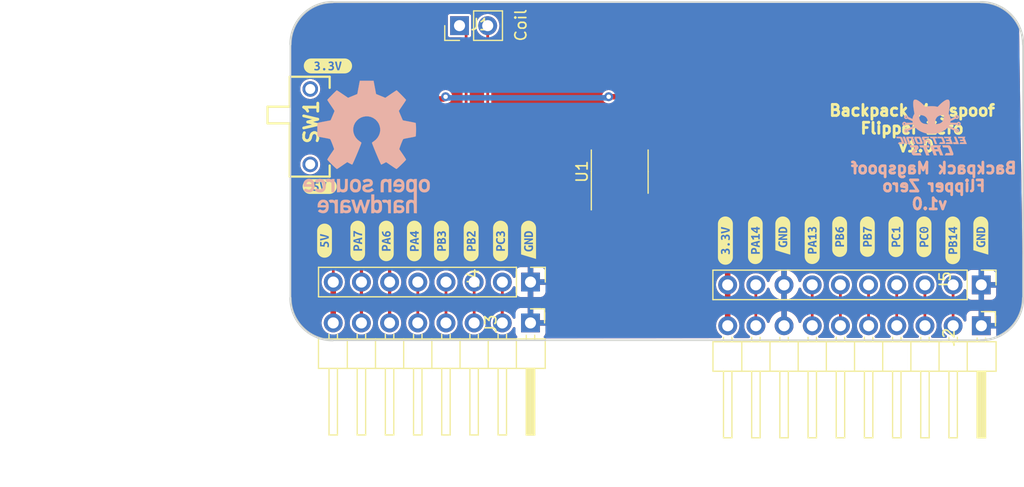
<source format=kicad_pcb>
(kicad_pcb (version 20221018) (generator pcbnew)
  (layers (0 "F.Cu" signal) (31 "B.Cu" signal) (34 "B.Paste" user) (35 "F.Paste" user) (36 "B.SilkS" user "B.Silkscreen") (37 "F.SilkS" user "F.Silkscreen") (38 "B.Mask" user) (39 "F.Mask" user) (44 "Edge.Cuts" user))
  (net 0 "")
  (net 1 "/Out_A")
  (net 2 "/Out_B")
  (net 4 "/IN_A")
  (net 5 "GND")
  (net 6 "/IN_B")
  (net 8 "+3V3")
  (net 9 "+5V")
  (net 10 "/VDD")
  (net 11 "/PB14")
  (net 12 "/PC0")
  (net 13 "/PC1")
  (net 14 "/PB7")
  (net 15 "/PB6")
  (net 16 "/PA13")
  (net 17 "/PA14")
  (net 18 "/PC3")
  (net 19 "/PB2")
  (net 20 "/PB3")
  (net 21 "/PA4")
  (footprint "Connector_PinHeader_2.54mm:PinHeader_1x08_P2.54mm_Horizontal" (layer "F.Cu") (at 217.851 85.09 -90)
    (fp_text reference "J3" (at 0.1018 3.576 90) (layer "F.SilkS"))
    (fp_text value "Conn_01x08_Socket" hide)
    (pad "1" thru_hole rect (at 0 0 270) (size 1.7 1.7) (drill 1) (layers "*.Cu" "*.Mask") (net 5 "GND"))
    (pad "2" thru_hole oval (at 0 2.54 270) (size 1.7 1.7) (drill 1) (layers "*.Cu" "*.Mask") (net 18 "/PC3"))
    (pad "3" thru_hole oval (at 0 5.08 270) (size 1.7 1.7) (drill 1) (layers "*.Cu" "*.Mask") (net 19 "/PB2"))
    (pad "4" thru_hole oval (at 0 7.62 270) (size 1.7 1.7) (drill 1) (layers "*.Cu" "*.Mask") (net 20 "/PB3"))
    (pad "5" thru_hole oval (at 0 10.16 270) (size 1.7 1.7) (drill 1) (layers "*.Cu" "*.Mask") (net 21 "/PA4"))
    (pad "6" thru_hole oval (at 0 12.7 270) (size 1.7 1.7) (drill 1) (layers "*.Cu" "*.Mask") (net 6 "/IN_B"))
    (pad "7" thru_hole oval (at 0 15.24 270) (size 1.7 1.7) (drill 1) (layers "*.Cu" "*.Mask") (net 4 "/IN_A"))
    (pad "8" thru_hole oval (at 0 17.78 270) (size 1.7 1.7) (drill 1) (layers "*.Cu" "*.Mask") (net 9 "+5V"))
  )
  (footprint "kibuzzard-648B93B1" (layer "F.Cu") (at 238.12 77.639884 90)
    (fp_text reference "kibuzzard-648B93B1" hide)
    (fp_text value "G***" hide)
  )
  (footprint "kibuzzard-648B91E6" (layer "F.Cu") (at 209.828 77.700844 90)
    (fp_text reference "kibuzzard-648B91E6" hide)
    (fp_text value "G***" hide)
  )
  (footprint "kibuzzard-648B922F" (layer "F.Cu") (at 202.278 77.689414 90)
    (fp_text reference "kibuzzard-648B922F" hide)
    (fp_text value "G***" hide)
  )
  (footprint "kibuzzard-6488F75A" (layer "F.Cu") (at 235.42 77.669094 90)
    (fp_text reference "kibuzzard-6488F75A" hide)
    (fp_text value "G***" hide)
  )
  (footprint "kibuzzard-649DB344" (layer "F.Cu") (at 198.85152 72.7964)
    (fp_text reference "kibuzzard-649DB344" hide)
    (fp_text value "G***" hide)
  )
  (footprint "footprintsg:JS102011SAQN" (layer "F.Cu") (at 199.75 67.4 -90)
    (fp_text reference "SW1" (at -0.43 1.647 90) (layer "F.SilkS") (effects (font (size 1.27 1.27) (thickness 0.254))))
    (fp_text value "On" hide)
    (pad "1" smd rect (at -2.5 -1 270) (size 1.2 2.5) (layers "F.Cu" "F.Paste" "F.Mask") (net 8 "+3V3"))
    (pad "2" smd rect (at 0 -1 270) (size 1.2 2.5) (layers "F.Cu" "F.Paste" "F.Mask") (net 10 "/VDD"))
    (pad "3" smd rect (at 2.5 -1 270) (size 1.2 2.5) (layers "F.Cu" "F.Paste" "F.Mask") (net 9 "+5V"))
    (pad "4" thru_hole circle (at -3.4 1.75 270) (size 1.4 1.4) (drill 0.9) (layers "*.Cu" "*.Mask"))
    (pad "5" thru_hole circle (at 3.4 1.75 270) (size 1.4 1.4) (drill 0.9) (layers "*.Cu" "*.Mask"))
  )
  (footprint "Package_SO:SOIC-8_3.9x4.9mm_P1.27mm" (layer "F.Cu") (at 225.895 71.45 90)
    (fp_text reference "U1" (at 0 -3.4 90) (layer "F.SilkS"))
    (fp_text value "TC4424" hide)
    (pad "1" smd roundrect (at -2.475 -1.905 90) (size 1.95 0.6) (layers "F.Cu" "F.Paste" "F.Mask"))
    (pad "2" smd roundrect (at -2.475 -0.635 90) (size 1.95 0.6) (layers "F.Cu" "F.Paste" "F.Mask") (net 4 "/IN_A"))
    (pad "3" smd roundrect (at -2.475 0.635 90) (size 1.95 0.6) (layers "F.Cu" "F.Paste" "F.Mask") (net 5 "GND"))
    (pad "4" smd roundrect (at -2.475 1.905 90) (size 1.95 0.6) (layers "F.Cu" "F.Paste" "F.Mask") (net 6 "/IN_B"))
    (pad "5" smd roundrect (at 2.475 1.905 90) (size 1.95 0.6) (layers "F.Cu" "F.Paste" "F.Mask") (net 2 "/Out_B"))
    (pad "6" smd roundrect (at 2.475 0.635 90) (size 1.95 0.6) (layers "F.Cu" "F.Paste" "F.Mask") (net 10 "/VDD"))
    (pad "7" smd roundrect (at 2.475 -0.635 90) (size 1.95 0.6) (layers "F.Cu" "F.Paste" "F.Mask") (net 1 "/Out_A"))
    (pad "8" smd roundrect (at 2.475 -1.905 90) (size 1.95 0.6) (layers "F.Cu" "F.Paste" "F.Mask"))
  )
  (footprint "kibuzzard-648B921B" (layer "F.Cu") (at 215.153 77.700844 90)
    (fp_text reference "kibuzzard-648B921B" hide)
    (fp_text value "G***" hide)
  )
  (footprint "Connector_PinHeader_2.54mm:PinHeader_1x10_P2.54mm_Vertical" (layer "F.Cu") (at 258.485 81.661 -90)
    (fp_text reference "J5" (at -0.375 3.26 90) (layer "F.SilkS"))
    (fp_text value "Conn_01x10_Socket")
    (pad "1" thru_hole rect (at 0 0 270) (size 1.7 1.7) (drill 1) (layers "*.Cu" "*.Mask") (net 5 "GND"))
    (pad "2" thru_hole oval (at 0 2.54 270) (size 1.7 1.7) (drill 1) (layers "*.Cu" "*.Mask") (net 11 "/PB14"))
    (pad "3" thru_hole oval (at 0 5.08 270) (size 1.7 1.7) (drill 1) (layers "*.Cu" "*.Mask") (net 12 "/PC0"))
    (pad "4" thru_hole oval (at 0 7.62 270) (size 1.7 1.7) (drill 1) (layers "*.Cu" "*.Mask") (net 13 "/PC1"))
    (pad "5" thru_hole oval (at 0 10.16 270) (size 1.7 1.7) (drill 1) (layers "*.Cu" "*.Mask") (net 14 "/PB7"))
    (pad "6" thru_hole oval (at 0 12.7 270) (size 1.7 1.7) (drill 1) (layers "*.Cu" "*.Mask") (net 15 "/PB6"))
    (pad "7" thru_hole oval (at 0 15.24 270) (size 1.7 1.7) (drill 1) (layers "*.Cu" "*.Mask") (net 16 "/PA13"))
    (pad "8" thru_hole oval (at 0 17.78 270) (size 1.7 1.7) (drill 1) (layers "*.Cu" "*.Mask") (net 5 "GND"))
    (pad "9" thru_hole oval (at 0 20.32 270) (size 1.7 1.7) (drill 1) (layers "*.Cu" "*.Mask") (net 17 "/PA14"))
    (pad "10" thru_hole oval (at 0 22.86 270) (size 1.7 1.7) (drill 1) (layers "*.Cu" "*.Mask") (net 8 "+3V3"))
  )
  (footprint "kibuzzard-6488EEAF" (layer "F.Cu") (at 258.445 77.216 90)
    (fp_text reference "kibuzzard-6488EEAF" hide)
    (fp_text value "G***" hide)
  )
  (footprint "Connector_PinHeader_2.54mm:PinHeader_1x08_P2.54mm_Vertical" (layer "F.Cu") (at 217.855 81.407 -90)
    (fp_text reference "J4" (at -0.375 5.155 90) (layer "F.SilkS"))
    (fp_text value "Conn_01x08_Socket")
    (pad "1" thru_hole rect (at 0 0 270) (size 1.7 1.7) (drill 1) (layers "*.Cu" "*.Mask") (net 5 "GND"))
    (pad "2" thru_hole oval (at 0 2.54 270) (size 1.7 1.7) (drill 1) (layers "*.Cu" "*.Mask") (net 18 "/PC3"))
    (pad "3" thru_hole oval (at 0 5.08 270) (size 1.7 1.7) (drill 1) (layers "*.Cu" "*.Mask") (net 19 "/PB2"))
    (pad "4" thru_hole oval (at 0 7.62 270) (size 1.7 1.7) (drill 1) (layers "*.Cu" "*.Mask") (net 20 "/PB3"))
    (pad "5" thru_hole oval (at 0 10.16 270) (size 1.7 1.7) (drill 1) (layers "*.Cu" "*.Mask") (net 21 "/PA4"))
    (pad "6" thru_hole oval (at 0 12.7 270) (size 1.7 1.7) (drill 1) (layers "*.Cu" "*.Mask") (net 6 "/IN_B"))
    (pad "7" thru_hole oval (at 0 15.24 270) (size 1.7 1.7) (drill 1) (layers "*.Cu" "*.Mask") (net 4 "/IN_A"))
    (pad "8" thru_hole oval (at 0 17.78 270) (size 1.7 1.7) (drill 1) (layers "*.Cu" "*.Mask") (net 9 "+5V"))
  )
  (footprint "kibuzzard-6488F75A" (layer "F.Cu") (at 199.5932 61.9252)
    (fp_text reference "kibuzzard-6488F75A" hide)
    (fp_text value "G***" hide)
  )
  (footprint "kibuzzard-6488EEAF" (layer "F.Cu") (at 217.678 77.597 90)
    (fp_text reference "kibuzzard-6488EEAF" hide)
    (fp_text value "G***" hide)
  )
  (footprint "kibuzzard-649DB344" (layer "F.Cu") (at 199.2884 77.6732 90)
    (fp_text reference "kibuzzard-649DB344" hide)
    (fp_text value "G***" hide)
  )
  (footprint "kibuzzard-648B9401" (layer "F.Cu") (at 253.32 77.328734 90)
    (fp_text reference "kibuzzard-648B9401" hide)
    (fp_text value "G***" hide)
  )
  (footprint "kibuzzard-648B91CB" (layer "F.Cu") (at 207.378 77.703384 90)
    (fp_text reference "kibuzzard-648B91CB" hide)
    (fp_text value "G***" hide)
  )
  (footprint "kibuzzard-648B91FC" (layer "F.Cu") (at 212.503 77.704654 90)
    (fp_text reference "kibuzzard-648B91FC" hide)
    (fp_text value "G***" hide)
  )
  (footprint "kibuzzard-648B93EF" (layer "F.Cu") (at 250.795 77.324924 90)
    (fp_text reference "kibuzzard-648B93EF" hide)
    (fp_text value "G***" hide)
  )
  (footprint "kibuzzard-648B923F" (layer "F.Cu") (at 204.853 77.698939 90)
    (fp_text reference "kibuzzard-648B923F" hide)
    (fp_text value "G***" hide)
  )
  (footprint "Connector_PinHeader_2.54mm:PinHeader_1x02_P2.54mm_Vertical" (layer "F.Cu") (at 211.455 58.293 90)
    (fp_text reference "J1" (at 0.1 1.85 180) (layer "F.SilkS"))
    (fp_text value "Coil" (at 0.04 5.525 90) (layer "F.SilkS"))
    (pad "1" thru_hole rect (at 0 0 90) (size 1.7 1.7) (drill 1) (layers "*.Cu" "*.Mask") (net 1 "/Out_A"))
    (pad "2" thru_hole oval (at 0 2.54 90) (size 1.7 1.7) (drill 1) (layers "*.Cu" "*.Mask") (net 2 "/Out_B"))
  )
  (footprint "kibuzzard-648B93E0" (layer "F.Cu") (at 245.72 77.317939 90)
    (fp_text reference "kibuzzard-648B93E0" hide)
    (fp_text value "G***" hide)
  )
  (footprint "Connector_PinHeader_2.54mm:PinHeader_1x10_P2.54mm_Horizontal" (layer "F.Cu") (at 258.491 85.344 -90)
    (fp_text reference "J2" (at 1.042929 2.92 90) (layer "F.SilkS"))
    (fp_text value "Conn_01x10_Socket")
    (pad "1" thru_hole rect (at 0 0 270) (size 1.7 1.7) (drill 1) (layers "*.Cu" "*.Mask") (net 5 "GND"))
    (pad "2" thru_hole oval (at 0 2.54 270) (size 1.7 1.7) (drill 1) (layers "*.Cu" "*.Mask") (net 11 "/PB14"))
    (pad "3" thru_hole oval (at 0 5.08 270) (size 1.7 1.7) (drill 1) (layers "*.Cu" "*.Mask") (net 12 "/PC0"))
    (pad "4" thru_hole oval (at 0 7.62 270) (size 1.7 1.7) (drill 1) (layers "*.Cu" "*.Mask") (net 13 "/PC1"))
    (pad "5" thru_hole oval (at 0 10.16 270) (size 1.7 1.7) (drill 1) (layers "*.Cu" "*.Mask") (net 14 "/PB7"))
    (pad "6" thru_hole oval (at 0 12.7 270) (size 1.7 1.7) (drill 1) (layers "*.Cu" "*.Mask") (net 15 "/PB6"))
    (pad "7" thru_hole oval (at 0 15.24 270) (size 1.7 1.7) (drill 1) (layers "*.Cu" "*.Mask") (net 16 "/PA13"))
    (pad "8" thru_hole oval (at 0 17.78 270) (size 1.7 1.7) (drill 1) (layers "*.Cu" "*.Mask") (net 5 "GND"))
    (pad "9" thru_hole oval (at 0 20.32 270) (size 1.7 1.7) (drill 1) (layers "*.Cu" "*.Mask") (net 17 "/PA14"))
    (pad "10" thru_hole oval (at 0 22.86 270) (size 1.7 1.7) (drill 1) (layers "*.Cu" "*.Mask") (net 8 "+3V3"))
  )
  (footprint "kibuzzard-648B93D2" (layer "F.Cu") (at 248.22 77.313494 90)
    (fp_text reference "kibuzzard-648B93D2" hide)
    (fp_text value "G***" hide)
  )
  (footprint "kibuzzard-6488EEAF" (layer "F.Cu") (at 240.595 77.216 90)
    (fp_text reference "kibuzzard-6488EEAF" hide)
    (fp_text value "G***" hide)
  )
  (footprint "kibuzzard-648B9410" (layer "F.Cu") (at 255.92 77.644964 90)
    (fp_text reference "kibuzzard-648B9410" hide)
    (fp_text value "G***" hide)
  )
  (footprint "kibuzzard-648B93BF" (layer "F.Cu") (at 243.245 77.637344 90)
    (fp_text reference "kibuzzard-648B93BF" hide)
    (fp_text value "G***" hide)
  )
  (footprint "Symbol:OSHW-Logo_11.4x12mm_SilkScreen" (layer "B.Cu") (at 203.1 69.225 180)
    (fp_text reference "REF**" hide)
    (fp_text value "OSHW-Logo_11.4x12mm_SilkScreen" hide)
  )
  (footprint "Aesthetics:electronic_cats_logo_4x3" (layer "B.Cu") (at 254 67.475 180)
    (fp_text reference "G***" hide)
    (fp_text value "LOGO" hide)
  )
  (gr_line (start 200.025 56.17) (end 258.445 56.17) (stroke (width 0.15)) (layer "Edge.Cuts"))
  (gr_arc (start 258.445 56.17) (mid 261.139077 57.285923) (end 262.255 59.98) (stroke (width 0.2)) (layer "Edge.Cuts"))
  (gr_arc (start 262.255 82.84) (mid 261.139077 85.534077) (end 258.445 86.65) (stroke (width 0.2)) (layer "Edge.Cuts"))
  (gr_line (start 200.025 86.65) (end 258.445 86.65) (stroke (width 0.15)) (layer "Edge.Cuts"))
  (gr_line (start 262.255 82.84) (end 262.255 59.98) (stroke (width 0.15)) (layer "Edge.Cuts"))
  (gr_line (start 196.215 82.84) (end 196.215 59.98) (stroke (width 0.15)) (layer "Edge.Cuts"))
  (gr_arc (start 200.025 86.65) (mid 197.330923 85.534077) (end 196.215 82.84) (stroke (width 0.2)) (layer "Edge.Cuts"))
  (gr_arc (start 196.215 59.98) (mid 197.330923 57.285923) (end 200.025 56.17) (stroke (width 0.2)) (layer "Edge.Cuts"))
  (gr_text "Backpack Magspoof\nFlipper Zero\n v1.0" (at 254.2 72.75) (layer "B.SilkS") (effects (font (size 1 1) (thickness 0.25) bold) (justify mirror)))
  (gr_text "Backpack Magspoof\nFlipper Zero\n v1.0" (at 252.25 67.55) (layer "F.SilkS") (effects (font (size 1 1) (thickness 0.25) bold)))
  (segment (start 212.05 58.888) (end 212.05 69.15) (width 0.25) (layer "F.Cu") (net 1))
  (segment (start 212.05 69.15) (end 213.425 70.525) (width 0.25) (layer "F.Cu") (net 1))
  (segment (start 225.26 70.09) (end 225.26 68.975) (width 0.25) (layer "F.Cu") (net 1))
  (segment (start 224.825 70.525) (end 225.26 70.09) (width 0.25) (layer "F.Cu") (net 1))
  (segment (start 211.455 58.293) (end 212.05 58.888) (width 0.25) (layer "F.Cu") (net 1))
  (segment (start 213.425 70.525) (end 224.825 70.525) (width 0.25) (layer "F.Cu") (net 1))
  (segment (start 226.7 66.3) (end 227.875 67.475) (width 0.25) (layer "F.Cu") (net 2))
  (segment (start 213.995 65.595) (end 214.7 66.3) (width 0.25) (layer "F.Cu") (net 2))
  (segment (start 213.995 58.293) (end 213.995 65.595) (width 0.25) (layer "F.Cu") (net 2))
  (segment (start 214.7 66.3) (end 226.7 66.3) (width 0.25) (layer "F.Cu") (net 2))
  (segment (start 227.875 67.475) (end 227.875 68.9) (width 0.25) (layer "F.Cu") (net 2))
  (segment (start 227.875 68.9) (end 227.8 68.975) (width 0.25) (layer "F.Cu") (net 2))
  (segment (start 224.6 71.85) (end 203.725 71.85) (width 0.3) (layer "F.Cu") (net 4))
  (segment (start 225.26 72.51) (end 224.6 71.85) (width 0.3) (layer "F.Cu") (net 4))
  (segment (start 203.725 71.85) (end 202.611 72.964) (width 0.3) (layer "F.Cu") (net 4))
  (segment (start 225.26 73.925) (end 225.26 72.51) (width 0.3) (layer "F.Cu") (net 4))
  (segment (start 202.611 72.964) (end 202.611 85.09) (width 0.3) (layer "F.Cu") (net 4))
  (segment (start 205.155 85.086) (end 205.151 85.09) (width 0.3) (layer "F.Cu") (net 6))
  (segment (start 205.625 75.625) (end 205.155 76.095) (width 0.3) (layer "F.Cu") (net 6))
  (segment (start 205.155 81.407) (end 205.155 85.086) (width 0.3) (layer "F.Cu") (net 6))
  (segment (start 227.8 75.325) (end 227.5 75.625) (width 0.3) (layer "F.Cu") (net 6))
  (segment (start 227.8 73.925) (end 227.8 75.325) (width 0.3) (layer "F.Cu") (net 6))
  (segment (start 205.155 76.095) (end 205.155 81.407) (width 0.3) (layer "F.Cu") (net 6))
  (segment (start 227.5 75.625) (end 205.625 75.625) (width 0.3) (layer "F.Cu") (net 6))
  (segment (start 235.625 81.661) (end 235.625 85.338) (width 0.5) (layer "F.Cu") (net 8))
  (segment (start 224.9 64.7) (end 234.3 64.7) (width 0.5) (layer "F.Cu") (net 8))
  (segment (start 235.625 66.025) (end 235.625 81.661) (width 0.5) (layer "F.Cu") (net 8))
  (segment (start 210.2 64.7) (end 210 64.9) (width 0.5) (layer "F.Cu") (net 8))
  (segment (start 235.625 85.338) (end 235.631 85.344) (width 0.5) (layer "F.Cu") (net 8))
  (segment (start 210 64.9) (end 200.75 64.9) (width 0.5) (layer "F.Cu") (net 8))
  (segment (start 234.3 64.7) (end 235.625 66.025) (width 0.5) (layer "F.Cu") (net 8))
  (via (at 224.9 64.7) (size 0.8) (drill 0.4) (layers "F.Cu" "B.Cu") (net 8))
  (via (at 210.2 64.7) (size 0.8) (drill 0.4) (layers "F.Cu" "B.Cu") (net 8))
  (segment (start 224.8 64.8) (end 210.3 64.8) (width 0.5) (layer "B.Cu") (net 8))
  (segment (start 224.9 64.7) (end 224.8 64.8) (width 0.5) (layer "B.Cu") (net 8))
  (segment (start 210.3 64.8) (end 210.2 64.7) (width 0.5) (layer "B.Cu") (net 8))
  (segment (start 201.3 78.4) (end 201.3 70.45) (width 0.25) (layer "F.Cu") (net 9))
  (segment (start 200.071 81.411) (end 200.075 81.407) (width 0.25) (layer "F.Cu") (net 9))
  (segment (start 201.3 70.45) (end 200.75 69.9) (width 0.25) (layer "F.Cu") (net 9))
  (segment (start 200.071 85.09) (end 200.071 81.411) (width 0.5) (layer "F.Cu") (net 9))
  (segment (start 200.075 81.407) (end 200.075 79.625) (width 0.25) (layer "F.Cu") (net 9))
  (segment (start 200.075 79.625) (end 201.3 78.4) (width 0.25) (layer "F.Cu") (net 9))
  (segment (start 202.4 67.4) (end 200.75 67.4) (width 0.25) (layer "F.Cu") (net 10))
  (segment (start 224.886396 71.1) (end 204.4 71.1) (width 0.25) (layer "F.Cu") (net 10))
  (segment (start 203.4 70.1) (end 203.4 68.4) (width 0.25) (layer "F.Cu") (net 10))
  (segment (start 226.53 68.975) (end 226.53 69.456396) (width 0.25) (layer "F.Cu") (net 10))
  (segment (start 204.4 71.1) (end 203.4 70.1) (width 0.25) (layer "F.Cu") (net 10))
  (segment (start 226.53 69.456396) (end 224.886396 71.1) (width 0.25) (layer "F.Cu") (net 10))
  (segment (start 203.4 68.4) (end 202.4 67.4) (width 0.25) (layer "F.Cu") (net 10))
  (segment (start 255.945 85.338) (end 255.951 85.344) (width 0.25) (layer "F.Cu") (net 11))
  (segment (start 255.945 81.661) (end 255.945 85.338) (width 0.25) (layer "F.Cu") (net 11))
  (segment (start 253.405 81.661) (end 253.405 85.338) (width 0.25) (layer "F.Cu") (net 12))
  (segment (start 253.405 85.338) (end 253.411 85.344) (width 0.25) (layer "F.Cu") (net 12))
  (segment (start 250.865 81.661) (end 250.865 85.338) (width 0.25) (layer "F.Cu") (net 13))
  (segment (start 250.865 85.338) (end 250.871 85.344) (width 0.25) (layer "F.Cu") (net 13))
  (segment (start 248.325 85.338) (end 248.331 85.344) (width 0.25) (layer "F.Cu") (net 14))
  (segment (start 248.325 81.661) (end 248.325 85.338) (width 0.25) (layer "F.Cu") (net 14))
  (segment (start 245.785 81.661) (end 245.785 85.338) (width 0.25) (layer "F.Cu") (net 15))
  (segment (start 245.785 85.338) (end 245.791 85.344) (width 0.25) (layer "F.Cu") (net 15))
  (segment (start 243.245 81.661) (end 243.245 85.338) (width 0.25) (layer "F.Cu") (net 16))
  (segment (start 243.245 85.338) (end 243.251 85.344) (width 0.25) (layer "F.Cu") (net 16))
  (segment (start 238.165 81.661) (end 238.165 85.338) (width 0.25) (layer "F.Cu") (net 17))
  (segment (start 238.165 85.338) (end 238.171 85.344) (width 0.25) (layer "F.Cu") (net 17))
  (segment (start 215.296 85.0838) (end 215.296 82.517) (width 0.25) (layer "F.Cu") (net 18))
  (segment (start 215.315 85.086) (end 215.311 85.09) (width 0.25) (layer "F.Cu") (net 18))
  (segment (start 215.296 82.517) (end 215.3042 82.5088) (width 0.25) (layer "F.Cu") (net 18))
  (segment (start 215.315 81.407) (end 215.315 85.086) (width 0.25) (layer "F.Cu") (net 18))
  (segment (start 212.775 85.086) (end 212.771 85.09) (width 0.25) (layer "F.Cu") (net 19))
  (segment (start 212.775 81.407) (end 212.775 85.086) (width 0.25) (layer "F.Cu") (net 19))
  (segment (start 210.235 81.407) (end 210.235 85.086) (width 0.25) (layer "F.Cu") (net 20))
  (segment (start 210.235 85.086) (end 210.231 85.09) (width 0.25) (layer "F.Cu") (net 20))
  (segment (start 207.695 85.086) (end 207.691 85.09) (width 0.25) (layer "F.Cu") (net 21))
  (segment (start 207.695 81.407) (end 207.695 85.086) (width 0.25) (layer "F.Cu") (net 21))
  (zone (net 5) (net_name "GND") (layers "F&B.Cu") (connect_pads (clearance 0)) (min_thickness 0.25) (fill yes (thermal_gap 0.5) (thermal_bridge_width 0.5))
    (polygon (pts (xy 195.95 63.35) (xy 195.94 86.51) (xy 262.304 86.426) (xy 261.856 55.981) (xy 195.412 56.275)))
  )
)
</source>
